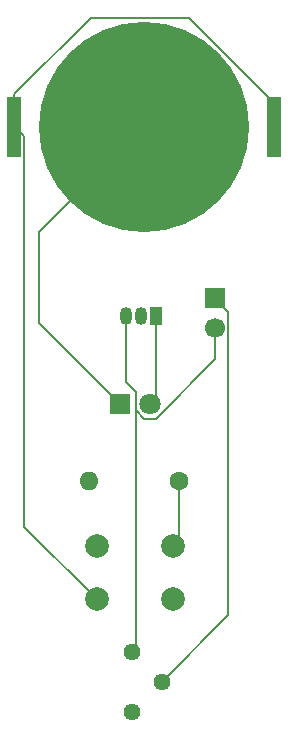
<source format=gbr>
%TF.GenerationSoftware,KiCad,Pcbnew,9.0.1*%
%TF.CreationDate,2025-04-08T16:36:56+08:00*%
%TF.ProjectId,Project2,50726f6a-6563-4743-922e-6b696361645f,rev?*%
%TF.SameCoordinates,Original*%
%TF.FileFunction,Copper,L2,Bot*%
%TF.FilePolarity,Positive*%
%FSLAX46Y46*%
G04 Gerber Fmt 4.6, Leading zero omitted, Abs format (unit mm)*
G04 Created by KiCad (PCBNEW 9.0.1) date 2025-04-08 16:36:56*
%MOMM*%
%LPD*%
G01*
G04 APERTURE LIST*
%TA.AperFunction,ComponentPad*%
%ADD10C,2.000000*%
%TD*%
%TA.AperFunction,ComponentPad*%
%ADD11R,1.800000X1.800000*%
%TD*%
%TA.AperFunction,ComponentPad*%
%ADD12C,1.800000*%
%TD*%
%TA.AperFunction,ComponentPad*%
%ADD13C,1.440000*%
%TD*%
%TA.AperFunction,ComponentPad*%
%ADD14R,1.050000X1.500000*%
%TD*%
%TA.AperFunction,ComponentPad*%
%ADD15O,1.050000X1.500000*%
%TD*%
%TA.AperFunction,ComponentPad*%
%ADD16R,1.700000X1.700000*%
%TD*%
%TA.AperFunction,ComponentPad*%
%ADD17C,1.700000*%
%TD*%
%TA.AperFunction,SMDPad,CuDef*%
%ADD18R,1.270000X5.080000*%
%TD*%
%TA.AperFunction,SMDPad,CuDef*%
%ADD19C,17.800000*%
%TD*%
%TA.AperFunction,ComponentPad*%
%ADD20C,1.600000*%
%TD*%
%TA.AperFunction,ComponentPad*%
%ADD21O,1.600000X1.600000*%
%TD*%
%TA.AperFunction,Conductor*%
%ADD22C,0.200000*%
%TD*%
G04 APERTURE END LIST*
D10*
%TO.P,SW1,1,1*%
%TO.N,Net-(R1-Pad1)*%
X29000000Y-68000000D03*
X35500000Y-68000000D03*
%TO.P,SW1,2,2*%
%TO.N,+3V0*%
X29000000Y-72500000D03*
X35500000Y-72500000D03*
%TD*%
D11*
%TO.P,D1,1,K*%
%TO.N,Earth*%
X30960000Y-56000000D03*
D12*
%TO.P,D1,2,A*%
%TO.N,Net-(D1-A)*%
X33500000Y-56000000D03*
%TD*%
D13*
%TO.P,RV1,1,1*%
%TO.N,+3V0*%
X31960000Y-82040000D03*
%TO.P,RV1,2,2*%
%TO.N,Net-(J1-Pin_1)*%
X34500000Y-79500000D03*
%TO.P,RV1,3,3*%
%TO.N,Net-(J1-Pin_2)*%
X31960000Y-76960000D03*
%TD*%
D14*
%TO.P,Q1,1,E*%
%TO.N,Net-(D1-A)*%
X34000000Y-48500000D03*
D15*
%TO.P,Q1,2,B*%
%TO.N,Net-(Q1-B)*%
X32730000Y-48500000D03*
%TO.P,Q1,3,C*%
%TO.N,Net-(J1-Pin_2)*%
X31460000Y-48500000D03*
%TD*%
D16*
%TO.P,J1,1,Pin_1*%
%TO.N,Net-(J1-Pin_1)*%
X39000000Y-47000000D03*
D17*
%TO.P,J1,2,Pin_2*%
%TO.N,Net-(J1-Pin_2)*%
X39000000Y-49540000D03*
%TD*%
D18*
%TO.P,BT1,1,+*%
%TO.N,+3V0*%
X44000000Y-32500000D03*
X22030000Y-32500000D03*
D19*
%TO.P,BT1,2,-*%
%TO.N,Earth*%
X33015000Y-32500000D03*
%TD*%
D20*
%TO.P,R1,1*%
%TO.N,Net-(R1-Pad1)*%
X36000000Y-62500000D03*
D21*
%TO.P,R1,2*%
%TO.N,Net-(Q1-B)*%
X28380000Y-62500000D03*
%TD*%
D22*
%TO.N,+3V0*%
X22851000Y-33321000D02*
X22030000Y-32500000D01*
X44000000Y-30472821D02*
X44000000Y-32500000D01*
X22030000Y-32500000D02*
X22030000Y-29760000D01*
X28491000Y-23299000D02*
X36826179Y-23299000D01*
X22851000Y-66351000D02*
X22851000Y-33321000D01*
X36826179Y-23299000D02*
X44000000Y-30472821D01*
X29000000Y-72500000D02*
X22851000Y-66351000D01*
X22030000Y-29760000D02*
X28491000Y-23299000D01*
%TO.N,Earth*%
X24115000Y-49155000D02*
X30960000Y-56000000D01*
X33015000Y-32500000D02*
X24115000Y-41400000D01*
X24115000Y-41400000D02*
X24115000Y-49155000D01*
%TO.N,Net-(J1-Pin_1)*%
X40151000Y-73849000D02*
X34500000Y-79500000D01*
X40151000Y-48151000D02*
X40151000Y-73849000D01*
X39000000Y-47000000D02*
X40151000Y-48151000D01*
%TO.N,Net-(J1-Pin_2)*%
X32299000Y-76621000D02*
X31960000Y-76960000D01*
X31460000Y-54098000D02*
X32299000Y-54937000D01*
X33002529Y-57201000D02*
X32299000Y-56497471D01*
X33997471Y-57201000D02*
X33002529Y-57201000D01*
X39000000Y-52198471D02*
X33997471Y-57201000D01*
X32299000Y-56497471D02*
X32299000Y-54937000D01*
X39000000Y-49540000D02*
X39000000Y-52198471D01*
X32299000Y-54937000D02*
X32299000Y-76621000D01*
X31460000Y-48500000D02*
X31460000Y-54098000D01*
%TO.N,Net-(R1-Pad1)*%
X36000000Y-67500000D02*
X35500000Y-68000000D01*
X36000000Y-62500000D02*
X36000000Y-67500000D01*
%TO.N,Net-(D1-A)*%
X34000000Y-55500000D02*
X33500000Y-56000000D01*
X34000000Y-48500000D02*
X34000000Y-55500000D01*
%TD*%
M02*

</source>
